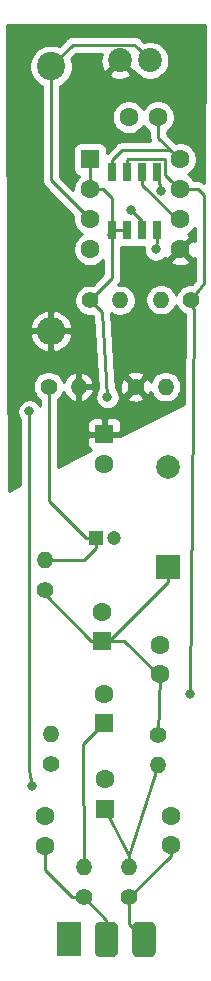
<source format=gbr>
G04 #@! TF.GenerationSoftware,KiCad,Pcbnew,(5.1.5)-3*
G04 #@! TF.CreationDate,2021-05-27T11:47:18-04:00*
G04 #@! TF.ProjectId,opAmp Mic,6f70416d-7020-44d6-9963-2e6b69636164,rev?*
G04 #@! TF.SameCoordinates,Original*
G04 #@! TF.FileFunction,Copper,L1,Top*
G04 #@! TF.FilePolarity,Positive*
%FSLAX46Y46*%
G04 Gerber Fmt 4.6, Leading zero omitted, Abs format (unit mm)*
G04 Created by KiCad (PCBNEW (5.1.5)-3) date 2021-05-27 11:47:18*
%MOMM*%
%LPD*%
G04 APERTURE LIST*
%ADD10O,2.400000X2.400000*%
%ADD11C,2.400000*%
%ADD12R,0.700000X1.600000*%
%ADD13R,2.000000X2.000000*%
%ADD14C,2.000000*%
%ADD15C,1.600000*%
%ADD16C,0.100000*%
%ADD17R,1.998980X3.000000*%
%ADD18C,2.020000*%
%ADD19O,1.400000X1.400000*%
%ADD20C,1.400000*%
%ADD21R,1.600000X1.600000*%
%ADD22R,1.200000X1.200000*%
%ADD23C,1.200000*%
%ADD24C,0.800000*%
%ADD25C,0.250000*%
%ADD26C,0.254000*%
G04 APERTURE END LIST*
D10*
X114300000Y-86916000D03*
D11*
X114300000Y-64516000D03*
D12*
X119507000Y-73481000D03*
X120777000Y-73481000D03*
X122047000Y-73481000D03*
X123317000Y-73481000D03*
X119507000Y-78411000D03*
X123317000Y-78411000D03*
X120777000Y-78411000D03*
X122047000Y-78411000D03*
D13*
X124206000Y-106934000D03*
D14*
X124231400Y-98425000D03*
D15*
X123378600Y-68834000D03*
X120878600Y-68834000D03*
X123545600Y-116001800D03*
X123545600Y-113501800D03*
X113817400Y-130505200D03*
X113817400Y-128005200D03*
X124434600Y-127979800D03*
X124434600Y-130479800D03*
G04 #@! TA.AperFunction,ComponentPad*
D16*
G36*
X122722729Y-136932406D02*
G01*
X122771240Y-136939602D01*
X122818813Y-136951519D01*
X122864989Y-136968041D01*
X122909323Y-136989009D01*
X122951388Y-137014222D01*
X122990780Y-137043437D01*
X123027118Y-137076372D01*
X123060053Y-137112710D01*
X123089268Y-137152102D01*
X123114481Y-137194167D01*
X123135449Y-137238501D01*
X123151971Y-137284677D01*
X123163888Y-137332250D01*
X123171084Y-137380761D01*
X123173490Y-137429745D01*
X123173490Y-139430255D01*
X123171084Y-139479239D01*
X123163888Y-139527750D01*
X123151971Y-139575323D01*
X123135449Y-139621499D01*
X123114481Y-139665833D01*
X123089268Y-139707898D01*
X123060053Y-139747290D01*
X123027118Y-139783628D01*
X122990780Y-139816563D01*
X122951388Y-139845778D01*
X122909323Y-139870991D01*
X122864989Y-139891959D01*
X122818813Y-139908481D01*
X122771240Y-139920398D01*
X122722729Y-139927594D01*
X122673745Y-139930000D01*
X121674255Y-139930000D01*
X121625271Y-139927594D01*
X121576760Y-139920398D01*
X121529187Y-139908481D01*
X121483011Y-139891959D01*
X121438677Y-139870991D01*
X121396612Y-139845778D01*
X121357220Y-139816563D01*
X121320882Y-139783628D01*
X121287947Y-139747290D01*
X121258732Y-139707898D01*
X121233519Y-139665833D01*
X121212551Y-139621499D01*
X121196029Y-139575323D01*
X121184112Y-139527750D01*
X121176916Y-139479239D01*
X121174510Y-139430255D01*
X121174510Y-137429745D01*
X121176916Y-137380761D01*
X121184112Y-137332250D01*
X121196029Y-137284677D01*
X121212551Y-137238501D01*
X121233519Y-137194167D01*
X121258732Y-137152102D01*
X121287947Y-137112710D01*
X121320882Y-137076372D01*
X121357220Y-137043437D01*
X121396612Y-137014222D01*
X121438677Y-136989009D01*
X121483011Y-136968041D01*
X121529187Y-136951519D01*
X121576760Y-136939602D01*
X121625271Y-136932406D01*
X121674255Y-136930000D01*
X122673745Y-136930000D01*
X122722729Y-136932406D01*
G37*
G04 #@! TD.AperFunction*
G04 #@! TA.AperFunction,ComponentPad*
G36*
X119547729Y-136932406D02*
G01*
X119596240Y-136939602D01*
X119643813Y-136951519D01*
X119689989Y-136968041D01*
X119734323Y-136989009D01*
X119776388Y-137014222D01*
X119815780Y-137043437D01*
X119852118Y-137076372D01*
X119885053Y-137112710D01*
X119914268Y-137152102D01*
X119939481Y-137194167D01*
X119960449Y-137238501D01*
X119976971Y-137284677D01*
X119988888Y-137332250D01*
X119996084Y-137380761D01*
X119998490Y-137429745D01*
X119998490Y-139430255D01*
X119996084Y-139479239D01*
X119988888Y-139527750D01*
X119976971Y-139575323D01*
X119960449Y-139621499D01*
X119939481Y-139665833D01*
X119914268Y-139707898D01*
X119885053Y-139747290D01*
X119852118Y-139783628D01*
X119815780Y-139816563D01*
X119776388Y-139845778D01*
X119734323Y-139870991D01*
X119689989Y-139891959D01*
X119643813Y-139908481D01*
X119596240Y-139920398D01*
X119547729Y-139927594D01*
X119498745Y-139930000D01*
X118499255Y-139930000D01*
X118450271Y-139927594D01*
X118401760Y-139920398D01*
X118354187Y-139908481D01*
X118308011Y-139891959D01*
X118263677Y-139870991D01*
X118221612Y-139845778D01*
X118182220Y-139816563D01*
X118145882Y-139783628D01*
X118112947Y-139747290D01*
X118083732Y-139707898D01*
X118058519Y-139665833D01*
X118037551Y-139621499D01*
X118021029Y-139575323D01*
X118009112Y-139527750D01*
X118001916Y-139479239D01*
X117999510Y-139430255D01*
X117999510Y-137429745D01*
X118001916Y-137380761D01*
X118009112Y-137332250D01*
X118021029Y-137284677D01*
X118037551Y-137238501D01*
X118058519Y-137194167D01*
X118083732Y-137152102D01*
X118112947Y-137112710D01*
X118145882Y-137076372D01*
X118182220Y-137043437D01*
X118221612Y-137014222D01*
X118263677Y-136989009D01*
X118308011Y-136968041D01*
X118354187Y-136951519D01*
X118401760Y-136939602D01*
X118450271Y-136932406D01*
X118499255Y-136930000D01*
X119498745Y-136930000D01*
X119547729Y-136932406D01*
G37*
G04 #@! TD.AperFunction*
D17*
X115824000Y-138430000D03*
D18*
X120142000Y-64008000D03*
X122682000Y-64008000D03*
D19*
X120142000Y-84328000D03*
D20*
X117602000Y-84328000D03*
X126161800Y-84277200D03*
D19*
X123621800Y-84277200D03*
X116636800Y-91643200D03*
D20*
X114096800Y-91643200D03*
X121462800Y-91643200D03*
D19*
X124002800Y-91643200D03*
D20*
X113766600Y-108864400D03*
D19*
X113766600Y-106324400D03*
X123342400Y-123672600D03*
D20*
X123342400Y-121132600D03*
X114300000Y-123545600D03*
D19*
X114300000Y-121005600D03*
X120904000Y-132334000D03*
D20*
X120904000Y-134874000D03*
X117094000Y-134874000D03*
D19*
X117094000Y-132334000D03*
D21*
X117602000Y-72390000D03*
D15*
X117602000Y-74930000D03*
X117602000Y-77470000D03*
X117602000Y-80010000D03*
X125222000Y-80010000D03*
X125222000Y-77470000D03*
X125222000Y-74930000D03*
X125222000Y-72390000D03*
D21*
X118821200Y-95656400D03*
D15*
X118821200Y-98156400D03*
X118872000Y-124855600D03*
D21*
X118872000Y-127355600D03*
X118821200Y-120116600D03*
D15*
X118821200Y-117616600D03*
D21*
X118618000Y-113182400D03*
D15*
X118618000Y-110682400D03*
D22*
X118110000Y-104470200D03*
D23*
X119610000Y-104470200D03*
D24*
X123190000Y-80010000D03*
X123596400Y-75031600D03*
X119075200Y-92532200D03*
X112674400Y-125476000D03*
X112471200Y-93726000D03*
X126085600Y-117627400D03*
X121094399Y-76670001D03*
D25*
X120347999Y-71590001D02*
X124422001Y-71590001D01*
X124422001Y-71590001D02*
X125222000Y-72390000D01*
X119507000Y-72431000D02*
X120347999Y-71590001D01*
X119507000Y-73481000D02*
X119507000Y-72431000D01*
X123404000Y-70572000D02*
X125222000Y-72390000D01*
X123404000Y-68580000D02*
X123404000Y-70572000D01*
X114096800Y-92633149D02*
X114147600Y-92683949D01*
X114096800Y-91643200D02*
X114096800Y-92633149D01*
X117260000Y-104470200D02*
X118110000Y-104470200D01*
X114147600Y-101357800D02*
X117260000Y-104470200D01*
X114147600Y-92683949D02*
X114147600Y-101357800D01*
X118110000Y-105320200D02*
X118110000Y-104470200D01*
X117105800Y-106324400D02*
X118110000Y-105320200D01*
X113766600Y-106324400D02*
X117105800Y-106324400D01*
X123317000Y-79461000D02*
X123190000Y-79588000D01*
X123317000Y-78411000D02*
X123317000Y-79461000D01*
X123190000Y-79588000D02*
X123190000Y-80010000D01*
X123317000Y-73481000D02*
X123265000Y-73481000D01*
X123596400Y-75031600D02*
X123444000Y-74930000D01*
X123317000Y-73481000D02*
X123596400Y-75031600D01*
X119126000Y-78792000D02*
X119507000Y-78411000D01*
X119507000Y-78411000D02*
X120777000Y-78411000D01*
X119507000Y-77361000D02*
X119507000Y-78411000D01*
X119507000Y-75703630D02*
X119507000Y-77361000D01*
X118733370Y-74930000D02*
X119507000Y-75703630D01*
X117602000Y-74930000D02*
X118733370Y-74930000D01*
X117602000Y-73440000D02*
X117602000Y-74930000D01*
X117602000Y-72390000D02*
X117602000Y-73440000D01*
X119507000Y-82423000D02*
X117602000Y-84328000D01*
X119507000Y-78411000D02*
X119507000Y-82423000D01*
X118604487Y-85330487D02*
X117602000Y-84328000D01*
X119075200Y-92532200D02*
X118604487Y-85330487D01*
X112471200Y-124079000D02*
X112674400Y-125476000D01*
X112471200Y-93726000D02*
X112471200Y-124079000D01*
X120904000Y-131318000D02*
X123342400Y-123672600D01*
X120904000Y-132334000D02*
X120904000Y-131318000D01*
X120904000Y-131344051D02*
X120904000Y-132334000D01*
X118872000Y-127355600D02*
X120904000Y-131344051D01*
X116992400Y-121894600D02*
X118821200Y-120116600D01*
X117094000Y-132334000D02*
X116992400Y-121894600D01*
X124422001Y-74130001D02*
X125222000Y-74930000D01*
X123992001Y-73700001D02*
X124422001Y-74130001D01*
X123992001Y-72420999D02*
X123992001Y-73700001D01*
X123927001Y-72355999D02*
X123992001Y-72420999D01*
X120852001Y-72355999D02*
X123927001Y-72355999D01*
X120777000Y-72431000D02*
X120852001Y-72355999D01*
X120777000Y-73481000D02*
X120777000Y-72431000D01*
X126746000Y-74930000D02*
X125222000Y-74930000D01*
X126390400Y-85267800D02*
X126161800Y-84277200D01*
X126085600Y-117627400D02*
X126390400Y-85267800D01*
X126161800Y-84277200D02*
X127228600Y-82854800D01*
X127228600Y-82854800D02*
X127254000Y-75438000D01*
X127254000Y-75438000D02*
X126746000Y-74930000D01*
X119233000Y-113157000D02*
X118770400Y-113157000D01*
X124206000Y-108184000D02*
X119233000Y-113157000D01*
X124206000Y-106934000D02*
X124206000Y-108184000D01*
X113766600Y-109203200D02*
X113766600Y-108864400D01*
X117720400Y-113157000D02*
X113766600Y-109203200D01*
X118770400Y-113157000D02*
X117720400Y-113157000D01*
X123190000Y-115824000D02*
X123545600Y-116001800D01*
X118770400Y-113157000D02*
X120523000Y-113157000D01*
X123545600Y-116001800D02*
X123342400Y-121132600D01*
X120523000Y-113157000D02*
X123190000Y-115824000D01*
X118999000Y-136779000D02*
X117094000Y-134874000D01*
X118999000Y-138430000D02*
X118999000Y-136779000D01*
X113817400Y-132587349D02*
X113817400Y-131636570D01*
X116104051Y-134874000D02*
X113817400Y-132587349D01*
X113817400Y-131636570D02*
X113817400Y-130505200D01*
X117094000Y-134874000D02*
X116104051Y-134874000D01*
X120904000Y-137160000D02*
X120904000Y-134874000D01*
X122174000Y-138430000D02*
X120904000Y-137160000D01*
X124434600Y-131343400D02*
X124434600Y-130479800D01*
X120904000Y-134874000D02*
X124434600Y-131343400D01*
X122047000Y-77622602D02*
X122047000Y-78411000D01*
X121094399Y-76670001D02*
X122047000Y-77622602D01*
X114300000Y-74168000D02*
X114300000Y-64516000D01*
X117602000Y-77470000D02*
X114300000Y-74168000D01*
X121672001Y-62998001D02*
X122682000Y-64008000D01*
X121346999Y-62672999D02*
X121672001Y-62998001D01*
X114300000Y-64516000D02*
X116143001Y-62672999D01*
X116143001Y-62672999D02*
X121346999Y-62672999D01*
X124986000Y-77470000D02*
X125222000Y-77470000D01*
X122047000Y-74531000D02*
X124986000Y-77470000D01*
X122047000Y-73481000D02*
X122047000Y-74531000D01*
D26*
G36*
X127283020Y-74387552D02*
G01*
X127170276Y-74295026D01*
X127038247Y-74224454D01*
X126894986Y-74180997D01*
X126783333Y-74170000D01*
X126783322Y-74170000D01*
X126746000Y-74166324D01*
X126708678Y-74170000D01*
X126440043Y-74170000D01*
X126336637Y-74015241D01*
X126136759Y-73815363D01*
X125904241Y-73660000D01*
X126136759Y-73504637D01*
X126336637Y-73304759D01*
X126493680Y-73069727D01*
X126601853Y-72808574D01*
X126657000Y-72531335D01*
X126657000Y-72248665D01*
X126601853Y-71971426D01*
X126493680Y-71710273D01*
X126336637Y-71475241D01*
X126136759Y-71275363D01*
X125901727Y-71118320D01*
X125640574Y-71010147D01*
X125363335Y-70955000D01*
X125080665Y-70955000D01*
X124898114Y-70991312D01*
X124164000Y-70257199D01*
X124164000Y-70035072D01*
X124293359Y-69948637D01*
X124493237Y-69748759D01*
X124650280Y-69513727D01*
X124758453Y-69252574D01*
X124813600Y-68975335D01*
X124813600Y-68692665D01*
X124758453Y-68415426D01*
X124650280Y-68154273D01*
X124493237Y-67919241D01*
X124293359Y-67719363D01*
X124058327Y-67562320D01*
X123797174Y-67454147D01*
X123519935Y-67399000D01*
X123237265Y-67399000D01*
X122960026Y-67454147D01*
X122698873Y-67562320D01*
X122463841Y-67719363D01*
X122263963Y-67919241D01*
X122128600Y-68121827D01*
X121993237Y-67919241D01*
X121793359Y-67719363D01*
X121558327Y-67562320D01*
X121297174Y-67454147D01*
X121019935Y-67399000D01*
X120737265Y-67399000D01*
X120460026Y-67454147D01*
X120198873Y-67562320D01*
X119963841Y-67719363D01*
X119763963Y-67919241D01*
X119606920Y-68154273D01*
X119498747Y-68415426D01*
X119443600Y-68692665D01*
X119443600Y-68975335D01*
X119498747Y-69252574D01*
X119606920Y-69513727D01*
X119763963Y-69748759D01*
X119963841Y-69948637D01*
X120198873Y-70105680D01*
X120460026Y-70213853D01*
X120737265Y-70269000D01*
X121019935Y-70269000D01*
X121297174Y-70213853D01*
X121558327Y-70105680D01*
X121793359Y-69948637D01*
X121993237Y-69748759D01*
X122128600Y-69546173D01*
X122263963Y-69748759D01*
X122463841Y-69948637D01*
X122644001Y-70069016D01*
X122644001Y-70534668D01*
X122640324Y-70572000D01*
X122654998Y-70720985D01*
X122688066Y-70830001D01*
X120385321Y-70830001D01*
X120347998Y-70826325D01*
X120310675Y-70830001D01*
X120310666Y-70830001D01*
X120199013Y-70840998D01*
X120055752Y-70884455D01*
X119923723Y-70955027D01*
X119807998Y-71050000D01*
X119784200Y-71078998D01*
X119040072Y-71823127D01*
X119040072Y-71590000D01*
X119027812Y-71465518D01*
X118991502Y-71345820D01*
X118932537Y-71235506D01*
X118853185Y-71138815D01*
X118756494Y-71059463D01*
X118646180Y-71000498D01*
X118526482Y-70964188D01*
X118402000Y-70951928D01*
X116802000Y-70951928D01*
X116677518Y-70964188D01*
X116557820Y-71000498D01*
X116447506Y-71059463D01*
X116350815Y-71138815D01*
X116271463Y-71235506D01*
X116212498Y-71345820D01*
X116176188Y-71465518D01*
X116163928Y-71590000D01*
X116163928Y-73190000D01*
X116176188Y-73314482D01*
X116212498Y-73434180D01*
X116271463Y-73544494D01*
X116350815Y-73641185D01*
X116447506Y-73720537D01*
X116557820Y-73779502D01*
X116677518Y-73815812D01*
X116685961Y-73816643D01*
X116487363Y-74015241D01*
X116330320Y-74250273D01*
X116222147Y-74511426D01*
X116167000Y-74788665D01*
X116167000Y-74960199D01*
X115060000Y-73853199D01*
X115060000Y-66187388D01*
X115169199Y-66142156D01*
X115469744Y-65941338D01*
X115725338Y-65685744D01*
X115926156Y-65385199D01*
X116023352Y-65150545D01*
X119179061Y-65150545D01*
X119276032Y-65415968D01*
X119567353Y-65557856D01*
X119880757Y-65640185D01*
X120204200Y-65659789D01*
X120525253Y-65615916D01*
X120831578Y-65510251D01*
X121007968Y-65415968D01*
X121104939Y-65150545D01*
X120142000Y-64187605D01*
X119179061Y-65150545D01*
X116023352Y-65150545D01*
X116064482Y-65051250D01*
X116135000Y-64696732D01*
X116135000Y-64335268D01*
X116064482Y-63980750D01*
X116019250Y-63871551D01*
X116457803Y-63432999D01*
X118592316Y-63432999D01*
X118592144Y-63433353D01*
X118509815Y-63746757D01*
X118490211Y-64070200D01*
X118534084Y-64391253D01*
X118639749Y-64697578D01*
X118734032Y-64873968D01*
X118999455Y-64970939D01*
X119962395Y-64008000D01*
X119948252Y-63993858D01*
X120127858Y-63814253D01*
X120142000Y-63828395D01*
X120156143Y-63814253D01*
X120335748Y-63993858D01*
X120321605Y-64008000D01*
X121284545Y-64970939D01*
X121334738Y-64952601D01*
X121404245Y-65056626D01*
X121633374Y-65285755D01*
X121902801Y-65465780D01*
X122202171Y-65589783D01*
X122519982Y-65653000D01*
X122844018Y-65653000D01*
X123161829Y-65589783D01*
X123461199Y-65465780D01*
X123730626Y-65285755D01*
X123959755Y-65056626D01*
X124139780Y-64787199D01*
X124263783Y-64487829D01*
X124327000Y-64170018D01*
X124327000Y-63845982D01*
X124263783Y-63528171D01*
X124139780Y-63228801D01*
X123959755Y-62959374D01*
X123730626Y-62730245D01*
X123461199Y-62550220D01*
X123161829Y-62426217D01*
X122844018Y-62363000D01*
X122519982Y-62363000D01*
X122202171Y-62426217D01*
X122182971Y-62434170D01*
X121910803Y-62162002D01*
X121887000Y-62132998D01*
X121771275Y-62038025D01*
X121639246Y-61967453D01*
X121495985Y-61923996D01*
X121384332Y-61912999D01*
X121384321Y-61912999D01*
X121346999Y-61909323D01*
X121309677Y-61912999D01*
X116180323Y-61912999D01*
X116143000Y-61909323D01*
X116105678Y-61912999D01*
X116105668Y-61912999D01*
X115994015Y-61923996D01*
X115850754Y-61967453D01*
X115718724Y-62038025D01*
X115635084Y-62106667D01*
X115603000Y-62132998D01*
X115579202Y-62161996D01*
X114944449Y-62796750D01*
X114835250Y-62751518D01*
X114480732Y-62681000D01*
X114119268Y-62681000D01*
X113764750Y-62751518D01*
X113430801Y-62889844D01*
X113130256Y-63090662D01*
X112874662Y-63346256D01*
X112673844Y-63646801D01*
X112535518Y-63980750D01*
X112465000Y-64335268D01*
X112465000Y-64696732D01*
X112535518Y-65051250D01*
X112673844Y-65385199D01*
X112874662Y-65685744D01*
X113130256Y-65941338D01*
X113430801Y-66142156D01*
X113540001Y-66187388D01*
X113540000Y-74130678D01*
X113536324Y-74168000D01*
X113540000Y-74205322D01*
X113540000Y-74205332D01*
X113550997Y-74316985D01*
X113591044Y-74449004D01*
X113594454Y-74460246D01*
X113665026Y-74592276D01*
X113700495Y-74635494D01*
X113759999Y-74708001D01*
X113789003Y-74731804D01*
X116203312Y-77146114D01*
X116167000Y-77328665D01*
X116167000Y-77611335D01*
X116222147Y-77888574D01*
X116330320Y-78149727D01*
X116487363Y-78384759D01*
X116687241Y-78584637D01*
X116919759Y-78740000D01*
X116687241Y-78895363D01*
X116487363Y-79095241D01*
X116330320Y-79330273D01*
X116222147Y-79591426D01*
X116167000Y-79868665D01*
X116167000Y-80151335D01*
X116222147Y-80428574D01*
X116330320Y-80689727D01*
X116487363Y-80924759D01*
X116687241Y-81124637D01*
X116922273Y-81281680D01*
X117183426Y-81389853D01*
X117460665Y-81445000D01*
X117743335Y-81445000D01*
X118020574Y-81389853D01*
X118281727Y-81281680D01*
X118516759Y-81124637D01*
X118716637Y-80924759D01*
X118747001Y-80879317D01*
X118747001Y-82108197D01*
X117840844Y-83014355D01*
X117733486Y-82993000D01*
X117470514Y-82993000D01*
X117212595Y-83044304D01*
X116969641Y-83144939D01*
X116750987Y-83291038D01*
X116565038Y-83476987D01*
X116418939Y-83695641D01*
X116318304Y-83938595D01*
X116267000Y-84196514D01*
X116267000Y-84459486D01*
X116318304Y-84717405D01*
X116418939Y-84960359D01*
X116565038Y-85179013D01*
X116750987Y-85364962D01*
X116969641Y-85511061D01*
X117212595Y-85611696D01*
X117470514Y-85663000D01*
X117733486Y-85663000D01*
X117840843Y-85641645D01*
X117864767Y-85665569D01*
X118270527Y-91873527D01*
X118157995Y-92041944D01*
X118079974Y-92230302D01*
X118040200Y-92430261D01*
X118040200Y-92634139D01*
X118079974Y-92834098D01*
X118157995Y-93022456D01*
X118271263Y-93191974D01*
X118415426Y-93336137D01*
X118584944Y-93449405D01*
X118773302Y-93527426D01*
X118973261Y-93567200D01*
X119177139Y-93567200D01*
X119377098Y-93527426D01*
X119565456Y-93449405D01*
X119734974Y-93336137D01*
X119879137Y-93191974D01*
X119992405Y-93022456D01*
X120070426Y-92834098D01*
X120110200Y-92634139D01*
X120110200Y-92564469D01*
X120721136Y-92564469D01*
X120780597Y-92798237D01*
X121019042Y-92909134D01*
X121274540Y-92971383D01*
X121537273Y-92982590D01*
X121797144Y-92942325D01*
X122044166Y-92852135D01*
X122145003Y-92798237D01*
X122204464Y-92564469D01*
X121462800Y-91822805D01*
X120721136Y-92564469D01*
X120110200Y-92564469D01*
X120110200Y-92430261D01*
X120070426Y-92230302D01*
X119992405Y-92041944D01*
X119879137Y-91872426D01*
X119787722Y-91781011D01*
X119783583Y-91717673D01*
X120123410Y-91717673D01*
X120163675Y-91977544D01*
X120253865Y-92224566D01*
X120307763Y-92325403D01*
X120541531Y-92384864D01*
X121283195Y-91643200D01*
X121642405Y-91643200D01*
X122384069Y-92384864D01*
X122617837Y-92325403D01*
X122728734Y-92086958D01*
X122733506Y-92067373D01*
X122819739Y-92275559D01*
X122965838Y-92494213D01*
X123151787Y-92680162D01*
X123370441Y-92826261D01*
X123613395Y-92926896D01*
X123871314Y-92978200D01*
X124134286Y-92978200D01*
X124392205Y-92926896D01*
X124635159Y-92826261D01*
X124853813Y-92680162D01*
X125039762Y-92494213D01*
X125185861Y-92275559D01*
X125286496Y-92032605D01*
X125337800Y-91774686D01*
X125337800Y-91511714D01*
X125286496Y-91253795D01*
X125185861Y-91010841D01*
X125039762Y-90792187D01*
X124853813Y-90606238D01*
X124635159Y-90460139D01*
X124392205Y-90359504D01*
X124134286Y-90308200D01*
X123871314Y-90308200D01*
X123613395Y-90359504D01*
X123370441Y-90460139D01*
X123151787Y-90606238D01*
X122965838Y-90792187D01*
X122819739Y-91010841D01*
X122731179Y-91224644D01*
X122671735Y-91061834D01*
X122617837Y-90960997D01*
X122384069Y-90901536D01*
X121642405Y-91643200D01*
X121283195Y-91643200D01*
X120541531Y-90901536D01*
X120307763Y-90960997D01*
X120196866Y-91199442D01*
X120134617Y-91454940D01*
X120123410Y-91717673D01*
X119783583Y-91717673D01*
X119718501Y-90721931D01*
X120721136Y-90721931D01*
X121462800Y-91463595D01*
X122204464Y-90721931D01*
X122145003Y-90488163D01*
X121906558Y-90377266D01*
X121651060Y-90315017D01*
X121388327Y-90303810D01*
X121128456Y-90344075D01*
X120881434Y-90434265D01*
X120780597Y-90488163D01*
X120721136Y-90721931D01*
X119718501Y-90721931D01*
X119371895Y-85419022D01*
X119509641Y-85511061D01*
X119752595Y-85611696D01*
X120010514Y-85663000D01*
X120273486Y-85663000D01*
X120531405Y-85611696D01*
X120774359Y-85511061D01*
X120993013Y-85364962D01*
X121178962Y-85179013D01*
X121325061Y-84960359D01*
X121425696Y-84717405D01*
X121477000Y-84459486D01*
X121477000Y-84196514D01*
X121425696Y-83938595D01*
X121325061Y-83695641D01*
X121178962Y-83476987D01*
X120993013Y-83291038D01*
X120774359Y-83144939D01*
X120531405Y-83044304D01*
X120273486Y-82993000D01*
X120011802Y-82993000D01*
X120018003Y-82986799D01*
X120047001Y-82963001D01*
X120141974Y-82847276D01*
X120212546Y-82715247D01*
X120256003Y-82571986D01*
X120267000Y-82460333D01*
X120267000Y-82460323D01*
X120270676Y-82423000D01*
X120267000Y-82385677D01*
X120267000Y-79826038D01*
X120302518Y-79836812D01*
X120427000Y-79849072D01*
X121127000Y-79849072D01*
X121251482Y-79836812D01*
X121371180Y-79800502D01*
X121412000Y-79778683D01*
X121452820Y-79800502D01*
X121572518Y-79836812D01*
X121697000Y-79849072D01*
X122166734Y-79849072D01*
X122155000Y-79908061D01*
X122155000Y-80111939D01*
X122194774Y-80311898D01*
X122272795Y-80500256D01*
X122386063Y-80669774D01*
X122530226Y-80813937D01*
X122699744Y-80927205D01*
X122888102Y-81005226D01*
X123088061Y-81045000D01*
X123291939Y-81045000D01*
X123491898Y-81005226D01*
X123497991Y-81002702D01*
X124408903Y-81002702D01*
X124480486Y-81246671D01*
X124735996Y-81367571D01*
X125010184Y-81436300D01*
X125292512Y-81450217D01*
X125572130Y-81408787D01*
X125838292Y-81313603D01*
X125963514Y-81246671D01*
X126035097Y-81002702D01*
X125222000Y-80189605D01*
X124408903Y-81002702D01*
X123497991Y-81002702D01*
X123680256Y-80927205D01*
X123849774Y-80813937D01*
X123959855Y-80703856D01*
X123985329Y-80751514D01*
X124229298Y-80823097D01*
X125042395Y-80010000D01*
X125028253Y-79995858D01*
X125207858Y-79816253D01*
X125222000Y-79830395D01*
X126035097Y-79017298D01*
X125963514Y-78773329D01*
X125899008Y-78742806D01*
X125901727Y-78741680D01*
X126136759Y-78584637D01*
X126336637Y-78384759D01*
X126484663Y-78163222D01*
X126480737Y-79309768D01*
X126458671Y-79268486D01*
X126214702Y-79196903D01*
X125401605Y-80010000D01*
X126214702Y-80823097D01*
X126458671Y-80751514D01*
X126475924Y-80715052D01*
X126469467Y-82600310D01*
X126213050Y-82942200D01*
X126030314Y-82942200D01*
X125772395Y-82993504D01*
X125529441Y-83094139D01*
X125310787Y-83240238D01*
X125124838Y-83426187D01*
X124978739Y-83644841D01*
X124891800Y-83854730D01*
X124804861Y-83644841D01*
X124658762Y-83426187D01*
X124472813Y-83240238D01*
X124254159Y-83094139D01*
X124011205Y-82993504D01*
X123753286Y-82942200D01*
X123490314Y-82942200D01*
X123232395Y-82993504D01*
X122989441Y-83094139D01*
X122770787Y-83240238D01*
X122584838Y-83426187D01*
X122438739Y-83644841D01*
X122338104Y-83887795D01*
X122286800Y-84145714D01*
X122286800Y-84408686D01*
X122338104Y-84666605D01*
X122438739Y-84909559D01*
X122584838Y-85128213D01*
X122770787Y-85314162D01*
X122989441Y-85460261D01*
X123232395Y-85560896D01*
X123490314Y-85612200D01*
X123753286Y-85612200D01*
X124011205Y-85560896D01*
X124254159Y-85460261D01*
X124472813Y-85314162D01*
X124658762Y-85128213D01*
X124804861Y-84909559D01*
X124891800Y-84699670D01*
X124978739Y-84909559D01*
X125124838Y-85128213D01*
X125310787Y-85314162D01*
X125529441Y-85460261D01*
X125628169Y-85501156D01*
X125556210Y-93140814D01*
X120136121Y-95822071D01*
X120097450Y-95783400D01*
X118948200Y-95783400D01*
X118948200Y-95803400D01*
X118694200Y-95803400D01*
X118694200Y-95783400D01*
X117544950Y-95783400D01*
X117386200Y-95942150D01*
X117383128Y-96456400D01*
X117395388Y-96580882D01*
X117431698Y-96700580D01*
X117490663Y-96810894D01*
X117570015Y-96907585D01*
X117666706Y-96986937D01*
X117721823Y-97016398D01*
X114907600Y-98408563D01*
X114907600Y-94856400D01*
X117383128Y-94856400D01*
X117386200Y-95370650D01*
X117544950Y-95529400D01*
X118694200Y-95529400D01*
X118694200Y-94380150D01*
X118948200Y-94380150D01*
X118948200Y-95529400D01*
X120097450Y-95529400D01*
X120256200Y-95370650D01*
X120259272Y-94856400D01*
X120247012Y-94731918D01*
X120210702Y-94612220D01*
X120151737Y-94501906D01*
X120072385Y-94405215D01*
X119975694Y-94325863D01*
X119865380Y-94266898D01*
X119745682Y-94230588D01*
X119621200Y-94218328D01*
X119106950Y-94221400D01*
X118948200Y-94380150D01*
X118694200Y-94380150D01*
X118535450Y-94221400D01*
X118021200Y-94218328D01*
X117896718Y-94230588D01*
X117777020Y-94266898D01*
X117666706Y-94325863D01*
X117570015Y-94405215D01*
X117490663Y-94501906D01*
X117431698Y-94612220D01*
X117395388Y-94731918D01*
X117383128Y-94856400D01*
X114907600Y-94856400D01*
X114907600Y-92721271D01*
X114909101Y-92706028D01*
X114947813Y-92680162D01*
X115133762Y-92494213D01*
X115279861Y-92275559D01*
X115369294Y-92059650D01*
X115376753Y-92084244D01*
X115487008Y-92321592D01*
X115641449Y-92532870D01*
X115834140Y-92709959D01*
X116057677Y-92846053D01*
X116303470Y-92935922D01*
X116509800Y-92813401D01*
X116509800Y-91770200D01*
X116763800Y-91770200D01*
X116763800Y-92813401D01*
X116970130Y-92935922D01*
X117215923Y-92846053D01*
X117439460Y-92709959D01*
X117632151Y-92532870D01*
X117786592Y-92321592D01*
X117896847Y-92084244D01*
X117929516Y-91976529D01*
X117806174Y-91770200D01*
X116763800Y-91770200D01*
X116509800Y-91770200D01*
X116489800Y-91770200D01*
X116489800Y-91516200D01*
X116509800Y-91516200D01*
X116509800Y-90472999D01*
X116763800Y-90472999D01*
X116763800Y-91516200D01*
X117806174Y-91516200D01*
X117929516Y-91309871D01*
X117896847Y-91202156D01*
X117786592Y-90964808D01*
X117632151Y-90753530D01*
X117439460Y-90576441D01*
X117215923Y-90440347D01*
X116970130Y-90350478D01*
X116763800Y-90472999D01*
X116509800Y-90472999D01*
X116303470Y-90350478D01*
X116057677Y-90440347D01*
X115834140Y-90576441D01*
X115641449Y-90753530D01*
X115487008Y-90964808D01*
X115376753Y-91202156D01*
X115369294Y-91226750D01*
X115279861Y-91010841D01*
X115133762Y-90792187D01*
X114947813Y-90606238D01*
X114729159Y-90460139D01*
X114486205Y-90359504D01*
X114228286Y-90308200D01*
X113965314Y-90308200D01*
X113707395Y-90359504D01*
X113464441Y-90460139D01*
X113245787Y-90606238D01*
X113059838Y-90792187D01*
X112913739Y-91010841D01*
X112813104Y-91253795D01*
X112761800Y-91511714D01*
X112761800Y-91774686D01*
X112813104Y-92032605D01*
X112913739Y-92275559D01*
X113059838Y-92494213D01*
X113245787Y-92680162D01*
X113344233Y-92745941D01*
X113347798Y-92782135D01*
X113355885Y-92808795D01*
X113387600Y-92913349D01*
X113387600Y-93234539D01*
X113275137Y-93066226D01*
X113130974Y-92922063D01*
X112961456Y-92808795D01*
X112773098Y-92730774D01*
X112573139Y-92691000D01*
X112369261Y-92691000D01*
X112169302Y-92730774D01*
X111980944Y-92808795D01*
X111811426Y-92922063D01*
X111667263Y-93066226D01*
X111553995Y-93235744D01*
X111475974Y-93424102D01*
X111436200Y-93624061D01*
X111436200Y-93827939D01*
X111475974Y-94027898D01*
X111553995Y-94216256D01*
X111667263Y-94385774D01*
X111711200Y-94429711D01*
X111711200Y-99989786D01*
X110768230Y-100456263D01*
X110692780Y-87327806D01*
X112511801Y-87327806D01*
X112626500Y-87668754D01*
X112805511Y-87980774D01*
X113041954Y-88251875D01*
X113326743Y-88471639D01*
X113648934Y-88631621D01*
X113888195Y-88704195D01*
X114173000Y-88587432D01*
X114173000Y-87043000D01*
X114427000Y-87043000D01*
X114427000Y-88587432D01*
X114711805Y-88704195D01*
X114951066Y-88631621D01*
X115273257Y-88471639D01*
X115558046Y-88251875D01*
X115794489Y-87980774D01*
X115973500Y-87668754D01*
X116088199Y-87327806D01*
X115971854Y-87043000D01*
X114427000Y-87043000D01*
X114173000Y-87043000D01*
X112628146Y-87043000D01*
X112511801Y-87327806D01*
X110692780Y-87327806D01*
X110688047Y-86504194D01*
X112511801Y-86504194D01*
X112628146Y-86789000D01*
X114173000Y-86789000D01*
X114173000Y-85244568D01*
X114427000Y-85244568D01*
X114427000Y-86789000D01*
X115971854Y-86789000D01*
X116088199Y-86504194D01*
X115973500Y-86163246D01*
X115794489Y-85851226D01*
X115558046Y-85580125D01*
X115273257Y-85360361D01*
X114951066Y-85200379D01*
X114711805Y-85127805D01*
X114427000Y-85244568D01*
X114173000Y-85244568D01*
X113888195Y-85127805D01*
X113648934Y-85200379D01*
X113326743Y-85360361D01*
X113041954Y-85580125D01*
X112805511Y-85851226D01*
X112626500Y-86163246D01*
X112511801Y-86504194D01*
X110688047Y-86504194D01*
X110541532Y-61010800D01*
X127304595Y-61010800D01*
X127283020Y-74387552D01*
G37*
X127283020Y-74387552D02*
X127170276Y-74295026D01*
X127038247Y-74224454D01*
X126894986Y-74180997D01*
X126783333Y-74170000D01*
X126783322Y-74170000D01*
X126746000Y-74166324D01*
X126708678Y-74170000D01*
X126440043Y-74170000D01*
X126336637Y-74015241D01*
X126136759Y-73815363D01*
X125904241Y-73660000D01*
X126136759Y-73504637D01*
X126336637Y-73304759D01*
X126493680Y-73069727D01*
X126601853Y-72808574D01*
X126657000Y-72531335D01*
X126657000Y-72248665D01*
X126601853Y-71971426D01*
X126493680Y-71710273D01*
X126336637Y-71475241D01*
X126136759Y-71275363D01*
X125901727Y-71118320D01*
X125640574Y-71010147D01*
X125363335Y-70955000D01*
X125080665Y-70955000D01*
X124898114Y-70991312D01*
X124164000Y-70257199D01*
X124164000Y-70035072D01*
X124293359Y-69948637D01*
X124493237Y-69748759D01*
X124650280Y-69513727D01*
X124758453Y-69252574D01*
X124813600Y-68975335D01*
X124813600Y-68692665D01*
X124758453Y-68415426D01*
X124650280Y-68154273D01*
X124493237Y-67919241D01*
X124293359Y-67719363D01*
X124058327Y-67562320D01*
X123797174Y-67454147D01*
X123519935Y-67399000D01*
X123237265Y-67399000D01*
X122960026Y-67454147D01*
X122698873Y-67562320D01*
X122463841Y-67719363D01*
X122263963Y-67919241D01*
X122128600Y-68121827D01*
X121993237Y-67919241D01*
X121793359Y-67719363D01*
X121558327Y-67562320D01*
X121297174Y-67454147D01*
X121019935Y-67399000D01*
X120737265Y-67399000D01*
X120460026Y-67454147D01*
X120198873Y-67562320D01*
X119963841Y-67719363D01*
X119763963Y-67919241D01*
X119606920Y-68154273D01*
X119498747Y-68415426D01*
X119443600Y-68692665D01*
X119443600Y-68975335D01*
X119498747Y-69252574D01*
X119606920Y-69513727D01*
X119763963Y-69748759D01*
X119963841Y-69948637D01*
X120198873Y-70105680D01*
X120460026Y-70213853D01*
X120737265Y-70269000D01*
X121019935Y-70269000D01*
X121297174Y-70213853D01*
X121558327Y-70105680D01*
X121793359Y-69948637D01*
X121993237Y-69748759D01*
X122128600Y-69546173D01*
X122263963Y-69748759D01*
X122463841Y-69948637D01*
X122644001Y-70069016D01*
X122644001Y-70534668D01*
X122640324Y-70572000D01*
X122654998Y-70720985D01*
X122688066Y-70830001D01*
X120385321Y-70830001D01*
X120347998Y-70826325D01*
X120310675Y-70830001D01*
X120310666Y-70830001D01*
X120199013Y-70840998D01*
X120055752Y-70884455D01*
X119923723Y-70955027D01*
X119807998Y-71050000D01*
X119784200Y-71078998D01*
X119040072Y-71823127D01*
X119040072Y-71590000D01*
X119027812Y-71465518D01*
X118991502Y-71345820D01*
X118932537Y-71235506D01*
X118853185Y-71138815D01*
X118756494Y-71059463D01*
X118646180Y-71000498D01*
X118526482Y-70964188D01*
X118402000Y-70951928D01*
X116802000Y-70951928D01*
X116677518Y-70964188D01*
X116557820Y-71000498D01*
X116447506Y-71059463D01*
X116350815Y-71138815D01*
X116271463Y-71235506D01*
X116212498Y-71345820D01*
X116176188Y-71465518D01*
X116163928Y-71590000D01*
X116163928Y-73190000D01*
X116176188Y-73314482D01*
X116212498Y-73434180D01*
X116271463Y-73544494D01*
X116350815Y-73641185D01*
X116447506Y-73720537D01*
X116557820Y-73779502D01*
X116677518Y-73815812D01*
X116685961Y-73816643D01*
X116487363Y-74015241D01*
X116330320Y-74250273D01*
X116222147Y-74511426D01*
X116167000Y-74788665D01*
X116167000Y-74960199D01*
X115060000Y-73853199D01*
X115060000Y-66187388D01*
X115169199Y-66142156D01*
X115469744Y-65941338D01*
X115725338Y-65685744D01*
X115926156Y-65385199D01*
X116023352Y-65150545D01*
X119179061Y-65150545D01*
X119276032Y-65415968D01*
X119567353Y-65557856D01*
X119880757Y-65640185D01*
X120204200Y-65659789D01*
X120525253Y-65615916D01*
X120831578Y-65510251D01*
X121007968Y-65415968D01*
X121104939Y-65150545D01*
X120142000Y-64187605D01*
X119179061Y-65150545D01*
X116023352Y-65150545D01*
X116064482Y-65051250D01*
X116135000Y-64696732D01*
X116135000Y-64335268D01*
X116064482Y-63980750D01*
X116019250Y-63871551D01*
X116457803Y-63432999D01*
X118592316Y-63432999D01*
X118592144Y-63433353D01*
X118509815Y-63746757D01*
X118490211Y-64070200D01*
X118534084Y-64391253D01*
X118639749Y-64697578D01*
X118734032Y-64873968D01*
X118999455Y-64970939D01*
X119962395Y-64008000D01*
X119948252Y-63993858D01*
X120127858Y-63814253D01*
X120142000Y-63828395D01*
X120156143Y-63814253D01*
X120335748Y-63993858D01*
X120321605Y-64008000D01*
X121284545Y-64970939D01*
X121334738Y-64952601D01*
X121404245Y-65056626D01*
X121633374Y-65285755D01*
X121902801Y-65465780D01*
X122202171Y-65589783D01*
X122519982Y-65653000D01*
X122844018Y-65653000D01*
X123161829Y-65589783D01*
X123461199Y-65465780D01*
X123730626Y-65285755D01*
X123959755Y-65056626D01*
X124139780Y-64787199D01*
X124263783Y-64487829D01*
X124327000Y-64170018D01*
X124327000Y-63845982D01*
X124263783Y-63528171D01*
X124139780Y-63228801D01*
X123959755Y-62959374D01*
X123730626Y-62730245D01*
X123461199Y-62550220D01*
X123161829Y-62426217D01*
X122844018Y-62363000D01*
X122519982Y-62363000D01*
X122202171Y-62426217D01*
X122182971Y-62434170D01*
X121910803Y-62162002D01*
X121887000Y-62132998D01*
X121771275Y-62038025D01*
X121639246Y-61967453D01*
X121495985Y-61923996D01*
X121384332Y-61912999D01*
X121384321Y-61912999D01*
X121346999Y-61909323D01*
X121309677Y-61912999D01*
X116180323Y-61912999D01*
X116143000Y-61909323D01*
X116105678Y-61912999D01*
X116105668Y-61912999D01*
X115994015Y-61923996D01*
X115850754Y-61967453D01*
X115718724Y-62038025D01*
X115635084Y-62106667D01*
X115603000Y-62132998D01*
X115579202Y-62161996D01*
X114944449Y-62796750D01*
X114835250Y-62751518D01*
X114480732Y-62681000D01*
X114119268Y-62681000D01*
X113764750Y-62751518D01*
X113430801Y-62889844D01*
X113130256Y-63090662D01*
X112874662Y-63346256D01*
X112673844Y-63646801D01*
X112535518Y-63980750D01*
X112465000Y-64335268D01*
X112465000Y-64696732D01*
X112535518Y-65051250D01*
X112673844Y-65385199D01*
X112874662Y-65685744D01*
X113130256Y-65941338D01*
X113430801Y-66142156D01*
X113540001Y-66187388D01*
X113540000Y-74130678D01*
X113536324Y-74168000D01*
X113540000Y-74205322D01*
X113540000Y-74205332D01*
X113550997Y-74316985D01*
X113591044Y-74449004D01*
X113594454Y-74460246D01*
X113665026Y-74592276D01*
X113700495Y-74635494D01*
X113759999Y-74708001D01*
X113789003Y-74731804D01*
X116203312Y-77146114D01*
X116167000Y-77328665D01*
X116167000Y-77611335D01*
X116222147Y-77888574D01*
X116330320Y-78149727D01*
X116487363Y-78384759D01*
X116687241Y-78584637D01*
X116919759Y-78740000D01*
X116687241Y-78895363D01*
X116487363Y-79095241D01*
X116330320Y-79330273D01*
X116222147Y-79591426D01*
X116167000Y-79868665D01*
X116167000Y-80151335D01*
X116222147Y-80428574D01*
X116330320Y-80689727D01*
X116487363Y-80924759D01*
X116687241Y-81124637D01*
X116922273Y-81281680D01*
X117183426Y-81389853D01*
X117460665Y-81445000D01*
X117743335Y-81445000D01*
X118020574Y-81389853D01*
X118281727Y-81281680D01*
X118516759Y-81124637D01*
X118716637Y-80924759D01*
X118747001Y-80879317D01*
X118747001Y-82108197D01*
X117840844Y-83014355D01*
X117733486Y-82993000D01*
X117470514Y-82993000D01*
X117212595Y-83044304D01*
X116969641Y-83144939D01*
X116750987Y-83291038D01*
X116565038Y-83476987D01*
X116418939Y-83695641D01*
X116318304Y-83938595D01*
X116267000Y-84196514D01*
X116267000Y-84459486D01*
X116318304Y-84717405D01*
X116418939Y-84960359D01*
X116565038Y-85179013D01*
X116750987Y-85364962D01*
X116969641Y-85511061D01*
X117212595Y-85611696D01*
X117470514Y-85663000D01*
X117733486Y-85663000D01*
X117840843Y-85641645D01*
X117864767Y-85665569D01*
X118270527Y-91873527D01*
X118157995Y-92041944D01*
X118079974Y-92230302D01*
X118040200Y-92430261D01*
X118040200Y-92634139D01*
X118079974Y-92834098D01*
X118157995Y-93022456D01*
X118271263Y-93191974D01*
X118415426Y-93336137D01*
X118584944Y-93449405D01*
X118773302Y-93527426D01*
X118973261Y-93567200D01*
X119177139Y-93567200D01*
X119377098Y-93527426D01*
X119565456Y-93449405D01*
X119734974Y-93336137D01*
X119879137Y-93191974D01*
X119992405Y-93022456D01*
X120070426Y-92834098D01*
X120110200Y-92634139D01*
X120110200Y-92564469D01*
X120721136Y-92564469D01*
X120780597Y-92798237D01*
X121019042Y-92909134D01*
X121274540Y-92971383D01*
X121537273Y-92982590D01*
X121797144Y-92942325D01*
X122044166Y-92852135D01*
X122145003Y-92798237D01*
X122204464Y-92564469D01*
X121462800Y-91822805D01*
X120721136Y-92564469D01*
X120110200Y-92564469D01*
X120110200Y-92430261D01*
X120070426Y-92230302D01*
X119992405Y-92041944D01*
X119879137Y-91872426D01*
X119787722Y-91781011D01*
X119783583Y-91717673D01*
X120123410Y-91717673D01*
X120163675Y-91977544D01*
X120253865Y-92224566D01*
X120307763Y-92325403D01*
X120541531Y-92384864D01*
X121283195Y-91643200D01*
X121642405Y-91643200D01*
X122384069Y-92384864D01*
X122617837Y-92325403D01*
X122728734Y-92086958D01*
X122733506Y-92067373D01*
X122819739Y-92275559D01*
X122965838Y-92494213D01*
X123151787Y-92680162D01*
X123370441Y-92826261D01*
X123613395Y-92926896D01*
X123871314Y-92978200D01*
X124134286Y-92978200D01*
X124392205Y-92926896D01*
X124635159Y-92826261D01*
X124853813Y-92680162D01*
X125039762Y-92494213D01*
X125185861Y-92275559D01*
X125286496Y-92032605D01*
X125337800Y-91774686D01*
X125337800Y-91511714D01*
X125286496Y-91253795D01*
X125185861Y-91010841D01*
X125039762Y-90792187D01*
X124853813Y-90606238D01*
X124635159Y-90460139D01*
X124392205Y-90359504D01*
X124134286Y-90308200D01*
X123871314Y-90308200D01*
X123613395Y-90359504D01*
X123370441Y-90460139D01*
X123151787Y-90606238D01*
X122965838Y-90792187D01*
X122819739Y-91010841D01*
X122731179Y-91224644D01*
X122671735Y-91061834D01*
X122617837Y-90960997D01*
X122384069Y-90901536D01*
X121642405Y-91643200D01*
X121283195Y-91643200D01*
X120541531Y-90901536D01*
X120307763Y-90960997D01*
X120196866Y-91199442D01*
X120134617Y-91454940D01*
X120123410Y-91717673D01*
X119783583Y-91717673D01*
X119718501Y-90721931D01*
X120721136Y-90721931D01*
X121462800Y-91463595D01*
X122204464Y-90721931D01*
X122145003Y-90488163D01*
X121906558Y-90377266D01*
X121651060Y-90315017D01*
X121388327Y-90303810D01*
X121128456Y-90344075D01*
X120881434Y-90434265D01*
X120780597Y-90488163D01*
X120721136Y-90721931D01*
X119718501Y-90721931D01*
X119371895Y-85419022D01*
X119509641Y-85511061D01*
X119752595Y-85611696D01*
X120010514Y-85663000D01*
X120273486Y-85663000D01*
X120531405Y-85611696D01*
X120774359Y-85511061D01*
X120993013Y-85364962D01*
X121178962Y-85179013D01*
X121325061Y-84960359D01*
X121425696Y-84717405D01*
X121477000Y-84459486D01*
X121477000Y-84196514D01*
X121425696Y-83938595D01*
X121325061Y-83695641D01*
X121178962Y-83476987D01*
X120993013Y-83291038D01*
X120774359Y-83144939D01*
X120531405Y-83044304D01*
X120273486Y-82993000D01*
X120011802Y-82993000D01*
X120018003Y-82986799D01*
X120047001Y-82963001D01*
X120141974Y-82847276D01*
X120212546Y-82715247D01*
X120256003Y-82571986D01*
X120267000Y-82460333D01*
X120267000Y-82460323D01*
X120270676Y-82423000D01*
X120267000Y-82385677D01*
X120267000Y-79826038D01*
X120302518Y-79836812D01*
X120427000Y-79849072D01*
X121127000Y-79849072D01*
X121251482Y-79836812D01*
X121371180Y-79800502D01*
X121412000Y-79778683D01*
X121452820Y-79800502D01*
X121572518Y-79836812D01*
X121697000Y-79849072D01*
X122166734Y-79849072D01*
X122155000Y-79908061D01*
X122155000Y-80111939D01*
X122194774Y-80311898D01*
X122272795Y-80500256D01*
X122386063Y-80669774D01*
X122530226Y-80813937D01*
X122699744Y-80927205D01*
X122888102Y-81005226D01*
X123088061Y-81045000D01*
X123291939Y-81045000D01*
X123491898Y-81005226D01*
X123497991Y-81002702D01*
X124408903Y-81002702D01*
X124480486Y-81246671D01*
X124735996Y-81367571D01*
X125010184Y-81436300D01*
X125292512Y-81450217D01*
X125572130Y-81408787D01*
X125838292Y-81313603D01*
X125963514Y-81246671D01*
X126035097Y-81002702D01*
X125222000Y-80189605D01*
X124408903Y-81002702D01*
X123497991Y-81002702D01*
X123680256Y-80927205D01*
X123849774Y-80813937D01*
X123959855Y-80703856D01*
X123985329Y-80751514D01*
X124229298Y-80823097D01*
X125042395Y-80010000D01*
X125028253Y-79995858D01*
X125207858Y-79816253D01*
X125222000Y-79830395D01*
X126035097Y-79017298D01*
X125963514Y-78773329D01*
X125899008Y-78742806D01*
X125901727Y-78741680D01*
X126136759Y-78584637D01*
X126336637Y-78384759D01*
X126484663Y-78163222D01*
X126480737Y-79309768D01*
X126458671Y-79268486D01*
X126214702Y-79196903D01*
X125401605Y-80010000D01*
X126214702Y-80823097D01*
X126458671Y-80751514D01*
X126475924Y-80715052D01*
X126469467Y-82600310D01*
X126213050Y-82942200D01*
X126030314Y-82942200D01*
X125772395Y-82993504D01*
X125529441Y-83094139D01*
X125310787Y-83240238D01*
X125124838Y-83426187D01*
X124978739Y-83644841D01*
X124891800Y-83854730D01*
X124804861Y-83644841D01*
X124658762Y-83426187D01*
X124472813Y-83240238D01*
X124254159Y-83094139D01*
X124011205Y-82993504D01*
X123753286Y-82942200D01*
X123490314Y-82942200D01*
X123232395Y-82993504D01*
X122989441Y-83094139D01*
X122770787Y-83240238D01*
X122584838Y-83426187D01*
X122438739Y-83644841D01*
X122338104Y-83887795D01*
X122286800Y-84145714D01*
X122286800Y-84408686D01*
X122338104Y-84666605D01*
X122438739Y-84909559D01*
X122584838Y-85128213D01*
X122770787Y-85314162D01*
X122989441Y-85460261D01*
X123232395Y-85560896D01*
X123490314Y-85612200D01*
X123753286Y-85612200D01*
X124011205Y-85560896D01*
X124254159Y-85460261D01*
X124472813Y-85314162D01*
X124658762Y-85128213D01*
X124804861Y-84909559D01*
X124891800Y-84699670D01*
X124978739Y-84909559D01*
X125124838Y-85128213D01*
X125310787Y-85314162D01*
X125529441Y-85460261D01*
X125628169Y-85501156D01*
X125556210Y-93140814D01*
X120136121Y-95822071D01*
X120097450Y-95783400D01*
X118948200Y-95783400D01*
X118948200Y-95803400D01*
X118694200Y-95803400D01*
X118694200Y-95783400D01*
X117544950Y-95783400D01*
X117386200Y-95942150D01*
X117383128Y-96456400D01*
X117395388Y-96580882D01*
X117431698Y-96700580D01*
X117490663Y-96810894D01*
X117570015Y-96907585D01*
X117666706Y-96986937D01*
X117721823Y-97016398D01*
X114907600Y-98408563D01*
X114907600Y-94856400D01*
X117383128Y-94856400D01*
X117386200Y-95370650D01*
X117544950Y-95529400D01*
X118694200Y-95529400D01*
X118694200Y-94380150D01*
X118948200Y-94380150D01*
X118948200Y-95529400D01*
X120097450Y-95529400D01*
X120256200Y-95370650D01*
X120259272Y-94856400D01*
X120247012Y-94731918D01*
X120210702Y-94612220D01*
X120151737Y-94501906D01*
X120072385Y-94405215D01*
X119975694Y-94325863D01*
X119865380Y-94266898D01*
X119745682Y-94230588D01*
X119621200Y-94218328D01*
X119106950Y-94221400D01*
X118948200Y-94380150D01*
X118694200Y-94380150D01*
X118535450Y-94221400D01*
X118021200Y-94218328D01*
X117896718Y-94230588D01*
X117777020Y-94266898D01*
X117666706Y-94325863D01*
X117570015Y-94405215D01*
X117490663Y-94501906D01*
X117431698Y-94612220D01*
X117395388Y-94731918D01*
X117383128Y-94856400D01*
X114907600Y-94856400D01*
X114907600Y-92721271D01*
X114909101Y-92706028D01*
X114947813Y-92680162D01*
X115133762Y-92494213D01*
X115279861Y-92275559D01*
X115369294Y-92059650D01*
X115376753Y-92084244D01*
X115487008Y-92321592D01*
X115641449Y-92532870D01*
X115834140Y-92709959D01*
X116057677Y-92846053D01*
X116303470Y-92935922D01*
X116509800Y-92813401D01*
X116509800Y-91770200D01*
X116763800Y-91770200D01*
X116763800Y-92813401D01*
X116970130Y-92935922D01*
X117215923Y-92846053D01*
X117439460Y-92709959D01*
X117632151Y-92532870D01*
X117786592Y-92321592D01*
X117896847Y-92084244D01*
X117929516Y-91976529D01*
X117806174Y-91770200D01*
X116763800Y-91770200D01*
X116509800Y-91770200D01*
X116489800Y-91770200D01*
X116489800Y-91516200D01*
X116509800Y-91516200D01*
X116509800Y-90472999D01*
X116763800Y-90472999D01*
X116763800Y-91516200D01*
X117806174Y-91516200D01*
X117929516Y-91309871D01*
X117896847Y-91202156D01*
X117786592Y-90964808D01*
X117632151Y-90753530D01*
X117439460Y-90576441D01*
X117215923Y-90440347D01*
X116970130Y-90350478D01*
X116763800Y-90472999D01*
X116509800Y-90472999D01*
X116303470Y-90350478D01*
X116057677Y-90440347D01*
X115834140Y-90576441D01*
X115641449Y-90753530D01*
X115487008Y-90964808D01*
X115376753Y-91202156D01*
X115369294Y-91226750D01*
X115279861Y-91010841D01*
X115133762Y-90792187D01*
X114947813Y-90606238D01*
X114729159Y-90460139D01*
X114486205Y-90359504D01*
X114228286Y-90308200D01*
X113965314Y-90308200D01*
X113707395Y-90359504D01*
X113464441Y-90460139D01*
X113245787Y-90606238D01*
X113059838Y-90792187D01*
X112913739Y-91010841D01*
X112813104Y-91253795D01*
X112761800Y-91511714D01*
X112761800Y-91774686D01*
X112813104Y-92032605D01*
X112913739Y-92275559D01*
X113059838Y-92494213D01*
X113245787Y-92680162D01*
X113344233Y-92745941D01*
X113347798Y-92782135D01*
X113355885Y-92808795D01*
X113387600Y-92913349D01*
X113387600Y-93234539D01*
X113275137Y-93066226D01*
X113130974Y-92922063D01*
X112961456Y-92808795D01*
X112773098Y-92730774D01*
X112573139Y-92691000D01*
X112369261Y-92691000D01*
X112169302Y-92730774D01*
X111980944Y-92808795D01*
X111811426Y-92922063D01*
X111667263Y-93066226D01*
X111553995Y-93235744D01*
X111475974Y-93424102D01*
X111436200Y-93624061D01*
X111436200Y-93827939D01*
X111475974Y-94027898D01*
X111553995Y-94216256D01*
X111667263Y-94385774D01*
X111711200Y-94429711D01*
X111711200Y-99989786D01*
X110768230Y-100456263D01*
X110692780Y-87327806D01*
X112511801Y-87327806D01*
X112626500Y-87668754D01*
X112805511Y-87980774D01*
X113041954Y-88251875D01*
X113326743Y-88471639D01*
X113648934Y-88631621D01*
X113888195Y-88704195D01*
X114173000Y-88587432D01*
X114173000Y-87043000D01*
X114427000Y-87043000D01*
X114427000Y-88587432D01*
X114711805Y-88704195D01*
X114951066Y-88631621D01*
X115273257Y-88471639D01*
X115558046Y-88251875D01*
X115794489Y-87980774D01*
X115973500Y-87668754D01*
X116088199Y-87327806D01*
X115971854Y-87043000D01*
X114427000Y-87043000D01*
X114173000Y-87043000D01*
X112628146Y-87043000D01*
X112511801Y-87327806D01*
X110692780Y-87327806D01*
X110688047Y-86504194D01*
X112511801Y-86504194D01*
X112628146Y-86789000D01*
X114173000Y-86789000D01*
X114173000Y-85244568D01*
X114427000Y-85244568D01*
X114427000Y-86789000D01*
X115971854Y-86789000D01*
X116088199Y-86504194D01*
X115973500Y-86163246D01*
X115794489Y-85851226D01*
X115558046Y-85580125D01*
X115273257Y-85360361D01*
X114951066Y-85200379D01*
X114711805Y-85127805D01*
X114427000Y-85244568D01*
X114173000Y-85244568D01*
X113888195Y-85127805D01*
X113648934Y-85200379D01*
X113326743Y-85360361D01*
X113041954Y-85580125D01*
X112805511Y-85851226D01*
X112626500Y-86163246D01*
X112511801Y-86504194D01*
X110688047Y-86504194D01*
X110541532Y-61010800D01*
X127304595Y-61010800D01*
X127283020Y-74387552D01*
G36*
X123602750Y-74916000D02*
G01*
X123667000Y-74919072D01*
X123787000Y-74907253D01*
X123787000Y-75071335D01*
X123818005Y-75227203D01*
X123444002Y-74853201D01*
X123444002Y-74757252D01*
X123602750Y-74916000D01*
G37*
X123602750Y-74916000D02*
X123667000Y-74919072D01*
X123787000Y-74907253D01*
X123787000Y-75071335D01*
X123818005Y-75227203D01*
X123444002Y-74853201D01*
X123444002Y-74757252D01*
X123602750Y-74916000D01*
G36*
X123232002Y-73628000D02*
G01*
X123190000Y-73628000D01*
X123190000Y-73608000D01*
X123170000Y-73608000D01*
X123170000Y-73354000D01*
X123190000Y-73354000D01*
X123190000Y-73334000D01*
X123232002Y-73334000D01*
X123232002Y-73628000D01*
G37*
X123232002Y-73628000D02*
X123190000Y-73628000D01*
X123190000Y-73608000D01*
X123170000Y-73608000D01*
X123170000Y-73354000D01*
X123190000Y-73354000D01*
X123190000Y-73334000D01*
X123232002Y-73334000D01*
X123232002Y-73628000D01*
M02*

</source>
